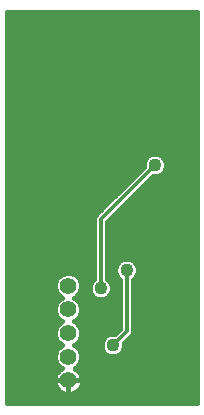
<source format=gbl>
G75*
G70*
%OFA0B0*%
%FSLAX24Y24*%
%IPPOS*%
%LPD*%
%AMOC8*
5,1,8,0,0,1.08239X$1,22.5*
%
%ADD10C,0.0555*%
%ADD11C,0.0160*%
%ADD12C,0.0436*%
%ADD13C,0.0120*%
D10*
X002389Y001105D03*
X002389Y001893D03*
X002389Y002680D03*
X002389Y003467D03*
X002389Y004255D03*
D11*
X000360Y000360D02*
X000360Y013396D01*
X006670Y013396D01*
X006670Y000360D01*
X000360Y000360D01*
X000360Y000447D02*
X006670Y000447D01*
X006670Y000605D02*
X000360Y000605D01*
X000360Y000764D02*
X002083Y000764D01*
X002091Y000756D02*
X002149Y000714D01*
X002213Y000681D01*
X002282Y000659D01*
X002353Y000648D01*
X002389Y000648D01*
X002425Y000648D01*
X002496Y000659D01*
X002564Y000681D01*
X002628Y000714D01*
X002687Y000756D01*
X002738Y000807D01*
X002780Y000865D01*
X002813Y000930D01*
X002835Y000998D01*
X002846Y001069D01*
X002846Y001105D01*
X002389Y001105D01*
X002389Y001105D01*
X002389Y000648D01*
X002389Y001105D01*
X002389Y001105D01*
X002846Y001105D01*
X002846Y001141D01*
X002835Y001212D01*
X002813Y001281D01*
X002780Y001345D01*
X002738Y001403D01*
X002687Y001454D01*
X002628Y001496D01*
X002605Y001509D01*
X002636Y001522D01*
X002760Y001645D01*
X002826Y001806D01*
X002826Y001980D01*
X002760Y002140D01*
X002636Y002263D01*
X002581Y002286D01*
X002636Y002309D01*
X002760Y002432D01*
X002826Y002593D01*
X002826Y002767D01*
X002760Y002928D01*
X002636Y003051D01*
X002581Y003074D01*
X002636Y003097D01*
X002760Y003220D01*
X002826Y003380D01*
X002826Y003554D01*
X002760Y003715D01*
X002636Y003838D01*
X002581Y003861D01*
X002636Y003884D01*
X002760Y004007D01*
X002826Y004168D01*
X002826Y004342D01*
X002760Y004503D01*
X002636Y004626D01*
X002476Y004692D01*
X002302Y004692D01*
X002141Y004626D01*
X002018Y004503D01*
X001951Y004342D01*
X001951Y004168D01*
X002018Y004007D01*
X002141Y003884D01*
X002196Y003861D01*
X002141Y003838D01*
X002018Y003715D01*
X001951Y003554D01*
X001951Y003380D01*
X002018Y003220D01*
X002141Y003097D01*
X002196Y003074D01*
X002141Y003051D01*
X002018Y002928D01*
X001951Y002767D01*
X001951Y002593D01*
X002018Y002432D01*
X002141Y002309D01*
X002196Y002286D01*
X002141Y002263D01*
X002018Y002140D01*
X001951Y001980D01*
X001951Y001806D01*
X002018Y001645D01*
X002141Y001522D01*
X002173Y001509D01*
X002149Y001496D01*
X002091Y001454D01*
X002040Y001403D01*
X001997Y001345D01*
X001965Y001281D01*
X001942Y001212D01*
X001931Y001141D01*
X001931Y001105D01*
X001931Y001069D01*
X001942Y000998D01*
X001965Y000930D01*
X001997Y000865D01*
X002040Y000807D01*
X002091Y000756D01*
X001969Y000922D02*
X000360Y000922D01*
X000360Y001081D02*
X001931Y001081D01*
X001931Y001105D02*
X002389Y001105D01*
X002389Y001105D01*
X001931Y001105D01*
X001951Y001239D02*
X000360Y001239D01*
X000360Y001398D02*
X002036Y001398D01*
X002107Y001556D02*
X000360Y001556D01*
X000360Y001715D02*
X001989Y001715D01*
X001951Y001873D02*
X000360Y001873D01*
X000360Y002032D02*
X001973Y002032D01*
X002067Y002190D02*
X000360Y002190D01*
X000360Y002349D02*
X002101Y002349D01*
X001987Y002507D02*
X000360Y002507D01*
X000360Y002666D02*
X001951Y002666D01*
X001975Y002824D02*
X000360Y002824D01*
X000360Y002983D02*
X002072Y002983D01*
X002096Y003141D02*
X000360Y003141D01*
X000360Y003300D02*
X001985Y003300D01*
X001951Y003458D02*
X000360Y003458D01*
X000360Y003617D02*
X001977Y003617D01*
X002078Y003775D02*
X000360Y003775D01*
X000360Y003934D02*
X002091Y003934D01*
X001983Y004092D02*
X000360Y004092D01*
X000360Y004251D02*
X001951Y004251D01*
X001979Y004409D02*
X000360Y004409D01*
X000360Y004568D02*
X002083Y004568D01*
X002695Y004568D02*
X003260Y004568D01*
X003260Y004495D02*
X003159Y004394D01*
X003102Y004255D01*
X003102Y004105D01*
X003159Y003966D01*
X003266Y003859D01*
X003405Y003802D01*
X003555Y003802D01*
X003694Y003859D01*
X003801Y003966D01*
X003858Y004105D01*
X003858Y004255D01*
X003801Y004394D01*
X003700Y004495D01*
X003700Y006389D01*
X005213Y007902D01*
X005355Y007902D01*
X005494Y007959D01*
X005601Y008066D01*
X005658Y008205D01*
X005658Y008355D01*
X005601Y008494D01*
X005494Y008601D01*
X005355Y008658D01*
X005205Y008658D01*
X005066Y008601D01*
X004959Y008494D01*
X004902Y008355D01*
X004902Y008213D01*
X003260Y006571D01*
X003260Y004495D01*
X003174Y004409D02*
X002798Y004409D01*
X002826Y004251D02*
X003102Y004251D01*
X003107Y004092D02*
X002795Y004092D01*
X002686Y003934D02*
X003192Y003934D01*
X002800Y003617D02*
X004116Y003617D01*
X004116Y003775D02*
X002700Y003775D01*
X002826Y003458D02*
X004116Y003458D01*
X004116Y003300D02*
X002793Y003300D01*
X002681Y003141D02*
X004116Y003141D01*
X004116Y002983D02*
X002705Y002983D01*
X002803Y002824D02*
X004113Y002824D01*
X004116Y002827D02*
X003947Y002658D01*
X003805Y002658D01*
X003666Y002601D01*
X003559Y002494D01*
X003502Y002355D01*
X003502Y002205D01*
X003559Y002066D01*
X003666Y001959D01*
X003805Y001902D01*
X003955Y001902D01*
X004094Y001959D01*
X004201Y002066D01*
X004258Y002205D01*
X004258Y002347D01*
X004556Y002645D01*
X004556Y004465D01*
X004656Y004566D01*
X004714Y004705D01*
X004714Y004855D01*
X004656Y004994D01*
X004550Y005101D01*
X004411Y005158D01*
X004261Y005158D01*
X004122Y005101D01*
X004015Y004994D01*
X003958Y004855D01*
X003958Y004705D01*
X004015Y004566D01*
X004116Y004465D01*
X004116Y002827D01*
X003954Y002666D02*
X002826Y002666D01*
X002791Y002507D02*
X003572Y002507D01*
X003502Y002349D02*
X002676Y002349D01*
X002710Y002190D02*
X003508Y002190D01*
X003594Y002032D02*
X002805Y002032D01*
X002826Y001873D02*
X006670Y001873D01*
X006670Y001715D02*
X002788Y001715D01*
X002671Y001556D02*
X006670Y001556D01*
X006670Y001398D02*
X002742Y001398D01*
X002826Y001239D02*
X006670Y001239D01*
X006670Y001081D02*
X002846Y001081D01*
X002809Y000922D02*
X006670Y000922D01*
X006670Y000764D02*
X002694Y000764D01*
X002389Y000764D02*
X002389Y000764D01*
X002389Y000922D02*
X002389Y000922D01*
X002389Y001081D02*
X002389Y001081D01*
X004166Y002032D02*
X006670Y002032D01*
X006670Y002190D02*
X004252Y002190D01*
X004260Y002349D02*
X006670Y002349D01*
X006670Y002507D02*
X004418Y002507D01*
X004556Y002666D02*
X006670Y002666D01*
X006670Y002824D02*
X004556Y002824D01*
X004556Y002983D02*
X006670Y002983D01*
X006670Y003141D02*
X004556Y003141D01*
X004556Y003300D02*
X006670Y003300D01*
X006670Y003458D02*
X004556Y003458D01*
X004556Y003617D02*
X006670Y003617D01*
X006670Y003775D02*
X004556Y003775D01*
X004556Y003934D02*
X006670Y003934D01*
X006670Y004092D02*
X004556Y004092D01*
X004556Y004251D02*
X006670Y004251D01*
X006670Y004409D02*
X004556Y004409D01*
X004657Y004568D02*
X006670Y004568D01*
X006670Y004726D02*
X004714Y004726D01*
X004702Y004885D02*
X006670Y004885D01*
X006670Y005043D02*
X004608Y005043D01*
X004064Y005043D02*
X003700Y005043D01*
X003700Y004885D02*
X003970Y004885D01*
X003958Y004726D02*
X003700Y004726D01*
X003700Y004568D02*
X004015Y004568D01*
X004116Y004409D02*
X003786Y004409D01*
X003858Y004251D02*
X004116Y004251D01*
X004116Y004092D02*
X003853Y004092D01*
X003768Y003934D02*
X004116Y003934D01*
X003700Y005202D02*
X006670Y005202D01*
X006670Y005360D02*
X003700Y005360D01*
X003700Y005519D02*
X006670Y005519D01*
X006670Y005677D02*
X003700Y005677D01*
X003700Y005836D02*
X006670Y005836D01*
X006670Y005994D02*
X003700Y005994D01*
X003700Y006153D02*
X006670Y006153D01*
X006670Y006311D02*
X003700Y006311D01*
X003781Y006470D02*
X006670Y006470D01*
X006670Y006628D02*
X003939Y006628D01*
X004098Y006787D02*
X006670Y006787D01*
X006670Y006945D02*
X004256Y006945D01*
X004415Y007104D02*
X006670Y007104D01*
X006670Y007262D02*
X004573Y007262D01*
X004732Y007421D02*
X006670Y007421D01*
X006670Y007579D02*
X004890Y007579D01*
X005049Y007738D02*
X006670Y007738D01*
X006670Y007896D02*
X005207Y007896D01*
X004909Y008372D02*
X000360Y008372D01*
X000360Y008530D02*
X004995Y008530D01*
X004902Y008213D02*
X000360Y008213D01*
X000360Y008055D02*
X004743Y008055D01*
X004585Y007896D02*
X000360Y007896D01*
X000360Y007738D02*
X004426Y007738D01*
X004268Y007579D02*
X000360Y007579D01*
X000360Y007421D02*
X004109Y007421D01*
X003951Y007262D02*
X000360Y007262D01*
X000360Y007104D02*
X003792Y007104D01*
X003634Y006945D02*
X000360Y006945D01*
X000360Y006787D02*
X003475Y006787D01*
X003317Y006628D02*
X000360Y006628D01*
X000360Y006470D02*
X003260Y006470D01*
X003260Y006311D02*
X000360Y006311D01*
X000360Y006153D02*
X003260Y006153D01*
X003260Y005994D02*
X000360Y005994D01*
X000360Y005836D02*
X003260Y005836D01*
X003260Y005677D02*
X000360Y005677D01*
X000360Y005519D02*
X003260Y005519D01*
X003260Y005360D02*
X000360Y005360D01*
X000360Y005202D02*
X003260Y005202D01*
X003260Y005043D02*
X000360Y005043D01*
X000360Y004885D02*
X003260Y004885D01*
X003260Y004726D02*
X000360Y004726D01*
X000360Y008689D02*
X006670Y008689D01*
X006670Y008847D02*
X000360Y008847D01*
X000360Y009006D02*
X006670Y009006D01*
X006670Y009164D02*
X000360Y009164D01*
X000360Y009323D02*
X006670Y009323D01*
X006670Y009481D02*
X000360Y009481D01*
X000360Y009640D02*
X006670Y009640D01*
X006670Y009798D02*
X000360Y009798D01*
X000360Y009957D02*
X006670Y009957D01*
X006670Y010115D02*
X000360Y010115D01*
X000360Y010274D02*
X006670Y010274D01*
X006670Y010432D02*
X000360Y010432D01*
X000360Y010591D02*
X006670Y010591D01*
X006670Y010749D02*
X000360Y010749D01*
X000360Y010908D02*
X006670Y010908D01*
X006670Y011066D02*
X000360Y011066D01*
X000360Y011225D02*
X006670Y011225D01*
X006670Y011383D02*
X000360Y011383D01*
X000360Y011542D02*
X006670Y011542D01*
X006670Y011700D02*
X000360Y011700D01*
X000360Y011859D02*
X006670Y011859D01*
X006670Y012017D02*
X000360Y012017D01*
X000360Y012176D02*
X006670Y012176D01*
X006670Y012334D02*
X000360Y012334D01*
X000360Y012493D02*
X006670Y012493D01*
X006670Y012651D02*
X000360Y012651D01*
X000360Y012810D02*
X006670Y012810D01*
X006670Y012968D02*
X000360Y012968D01*
X000360Y013127D02*
X006670Y013127D01*
X006670Y013285D02*
X000360Y013285D01*
X005565Y008530D02*
X006670Y008530D01*
X006670Y008372D02*
X005651Y008372D01*
X005658Y008213D02*
X006670Y008213D01*
X006670Y008055D02*
X005589Y008055D01*
D12*
X005280Y008280D03*
X005680Y009280D03*
X005780Y006180D03*
X004336Y004780D03*
X003480Y004180D03*
X002480Y005280D03*
X003880Y002280D03*
D13*
X004336Y002736D01*
X004336Y004780D01*
X003480Y004180D02*
X003480Y006480D01*
X005280Y008280D01*
M02*

</source>
